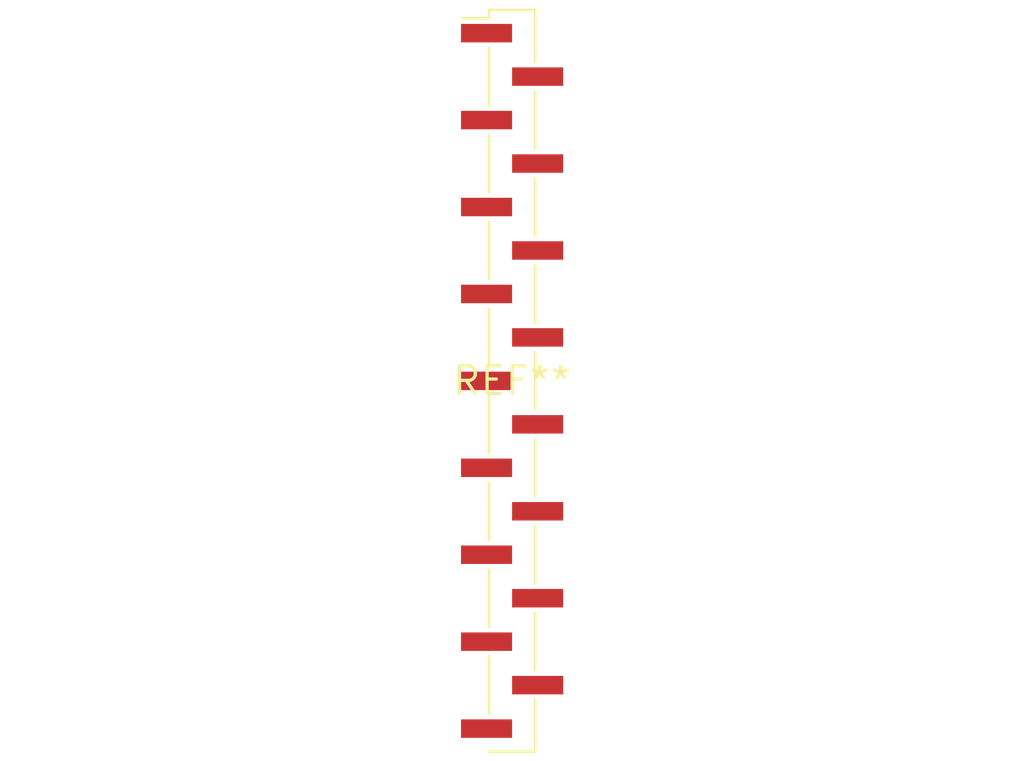
<source format=kicad_pcb>
(kicad_pcb (version 20240108) (generator pcbnew)
  (layers (0 "F.Cu" signal) (31 "B.Cu" signal) (34 "B.Paste" user) (35 "F.Paste" user) (36 "B.SilkS" user "B.Silkscreen") (37 "F.SilkS" user "F.Silkscreen") (38 "B.Mask" user) (39 "F.Mask" user) (44 "Edge.Cuts" user))
  (net 0 "")
  (footprint "PinHeader_1x17_P2.00mm_Vertical_SMD_Pin1Left" (layer "F.Cu") (at 0 0)
    (property "Reference" "REF**")
    (property "Value" "PinHeader_1x17_P2.00mm_Vertical_SMD_Pin1Left")
    (fp_line (start -1.06 -17.06) (end -1.06 -16.685) (layer "F.SilkS") (stroke (width 0.12)))
    (fp_line (start -1.06 -17.06) (end 1.06 -17.06) (layer "F.SilkS") (stroke (width 0.12)))
    (fp_line (start -1.06 -16.685) (end -2.29 -16.685) (layer "F.SilkS") (stroke (width 0.12)))
    (fp_line (start -1.06 -15.315) (end -1.06 -12.685) (layer "F.SilkS") (stroke (width 0.12)))
    (fp_line (start -1.06 -11.315) (end -1.06 -8.685) (layer "F.SilkS") (stroke (width 0.12)))
    (fp_line (start -1.06 -7.315) (end -1.06 -4.685) (layer "F.SilkS") (stroke (width 0.12)))
    (fp_line (start -1.06 -3.315) (end -1.06 -0.685) (layer "F.SilkS") (stroke (width 0.12)))
    (fp_line (start -1.06 0.685) (end -1.06 3.315) (layer "F.SilkS") (stroke (width 0.12)))
    (fp_line (start -1.06 4.685) (end -1.06 7.315) (layer "F.SilkS") (stroke (width 0.12)))
    (fp_line (start -1.06 8.685) (end -1.06 11.315) (layer "F.SilkS") (stroke (width 0.12)))
    (fp_line (start -1.06 12.685) (end -1.06 15.315) (layer "F.SilkS") (stroke (width 0.12)))
    (fp_line (start -1.06 17.06) (end 1.06 17.06) (layer "F.SilkS") (stroke (width 0.12)))
    (fp_line (start 1.06 -17.06) (end 1.06 -14.685) (layer "F.SilkS") (stroke (width 0.12)))
    (fp_line (start 1.06 -13.315) (end 1.06 -10.685) (layer "F.SilkS") (stroke (width 0.12)))
    (fp_line (start 1.06 -9.315) (end 1.06 -6.685) (layer "F.SilkS") (stroke (width 0.12)))
    (fp_line (start 1.06 -5.315) (end 1.06 -2.685) (layer "F.SilkS") (stroke (width 0.12)))
    (fp_line (start 1.06 -1.315) (end 1.06 1.315) (layer "F.SilkS") (stroke (width 0.12)))
    (fp_line (start 1.06 2.685) (end 1.06 5.315) (layer "F.SilkS") (stroke (width 0.12)))
    (fp_line (start 1.06 6.685) (end 1.06 9.315) (layer "F.SilkS") (stroke (width 0.12)))
    (fp_line (start 1.06 10.685) (end 1.06 13.315) (layer "F.SilkS") (stroke (width 0.12)))
    (fp_line (start 1.06 14.685) (end 1.06 17.06) (layer "F.SilkS") (stroke (width 0.12)))
    (fp_line (start 1.06 16.685) (end 1.06 17.06) (layer "F.SilkS") (stroke (width 0.12)))
    (pad "1" smd rect (at -1.175 -16) (size 2.35 0.85) (layers "F.Cu" "F.Paste" "F.Mask"))
    (pad "2" smd rect (at 1.175 -14) (size 2.35 0.85) (layers "F.Cu" "F.Paste" "F.Mask"))
    (pad "3" smd rect (at -1.175 -12) (size 2.35 0.85) (layers "F.Cu" "F.Paste" "F.Mask"))
    (pad "4" smd rect (at 1.175 -10) (size 2.35 0.85) (layers "F.Cu" "F.Paste" "F.Mask"))
    (pad "5" smd rect (at -1.175 -8) (size 2.35 0.85) (layers "F.Cu" "F.Paste" "F.Mask"))
    (pad "6" smd rect (at 1.175 -6) (size 2.35 0.85) (layers "F.Cu" "F.Paste" "F.Mask"))
    (pad "7" smd rect (at -1.175 -4) (size 2.35 0.85) (layers "F.Cu" "F.Paste" "F.Mask"))
    (pad "8" smd rect (at 1.175 -2) (size 2.35 0.85) (layers "F.Cu" "F.Paste" "F.Mask"))
    (pad "9" smd rect (at -1.175 0) (size 2.35 0.85) (layers "F.Cu" "F.Paste" "F.Mask"))
    (pad "10" smd rect (at 1.175 2) (size 2.35 0.85) (layers "F.Cu" "F.Paste" "F.Mask"))
    (pad "11" smd rect (at -1.175 4) (size 2.35 0.85) (layers "F.Cu" "F.Paste" "F.Mask"))
    (pad "12" smd rect (at 1.175 6) (size 2.35 0.85) (layers "F.Cu" "F.Paste" "F.Mask"))
    (pad "13" smd rect (at -1.175 8) (size 2.35 0.85) (layers "F.Cu" "F.Paste" "F.Mask"))
    (pad "14" smd rect (at 1.175 10) (size 2.35 0.85) (layers "F.Cu" "F.Paste" "F.Mask"))
    (pad "15" smd rect (at -1.175 12) (size 2.35 0.85) (layers "F.Cu" "F.Paste" "F.Mask"))
    (pad "16" smd rect (at 1.175 14) (size 2.35 0.85) (layers "F.Cu" "F.Paste" "F.Mask"))
    (pad "17" smd rect (at -1.175 16) (size 2.35 0.85) (layers "F.Cu" "F.Paste" "F.Mask"))
  )
)
</source>
